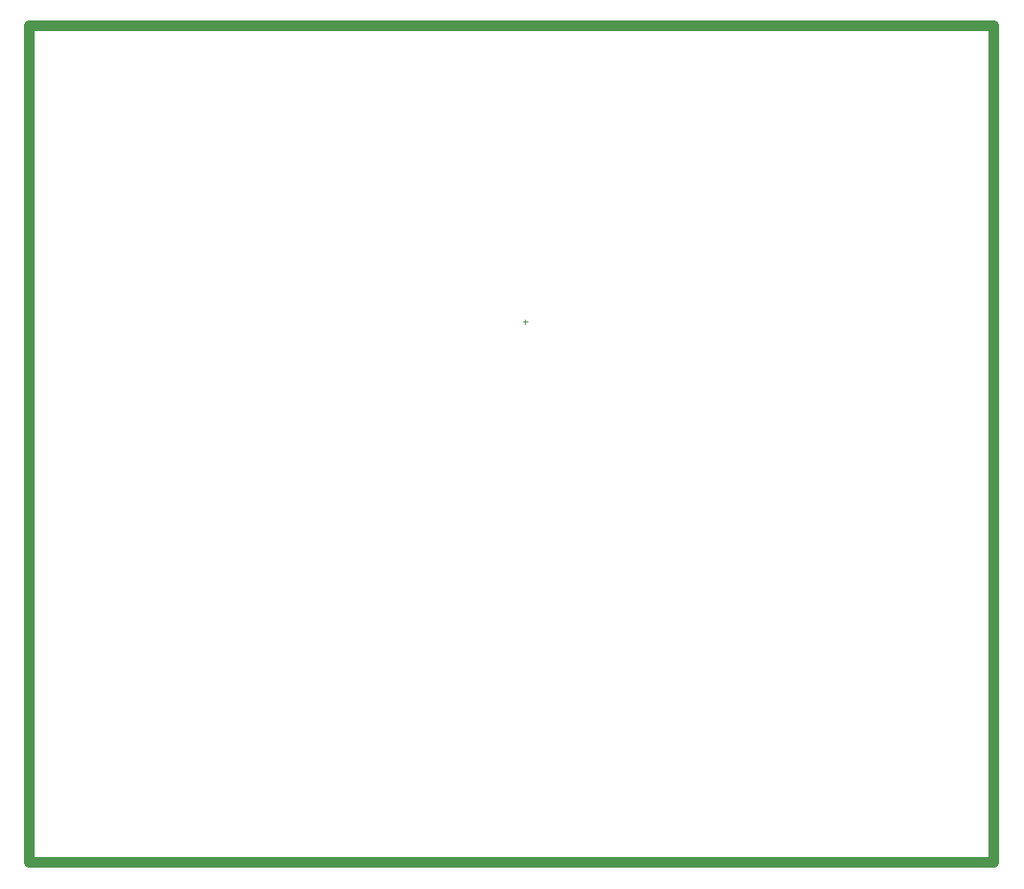
<source format=gm1>
G04*
G04 #@! TF.GenerationSoftware,Altium Limited,Altium Designer,21.3.2 (30)*
G04*
G04 Layer_Color=16711833*
%FSTAX24Y24*%
%MOIN*%
G70*
G04*
G04 #@! TF.SameCoordinates,0DAA6520-49A2-4E49-A6F4-E70CAC7CC759*
G04*
G04*
G04 #@! TF.FilePolarity,Positive*
G04*
G01*
G75*
%ADD52C,0.0394*%
%ADD59C,0.0039*%
D52*
X01175Y003D02*
X04795D01*
Y0344D01*
X01175D02*
X04795D01*
X01175Y003D02*
Y0344D01*
D59*
X03035Y023221D02*
Y023379D01*
X030271Y0233D02*
X030429D01*
M02*

</source>
